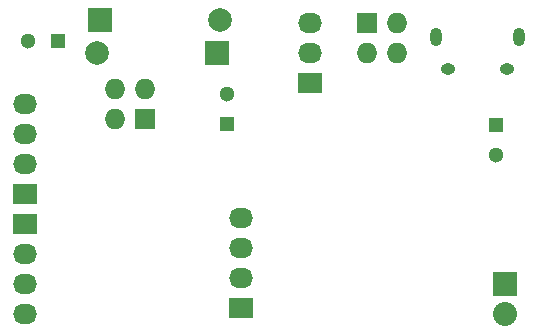
<source format=gbr>
G04 #@! TF.FileFunction,Soldermask,Bot*
%FSLAX46Y46*%
G04 Gerber Fmt 4.6, Leading zero omitted, Abs format (unit mm)*
G04 Created by KiCad (PCBNEW (2015-08-05 BZR 6055, Git fa29c62)-product) date 24/12/2015 2:00:31 PM*
%MOMM*%
G01*
G04 APERTURE LIST*
%ADD10C,0.100000*%
%ADD11C,1.300000*%
%ADD12R,1.300000X1.300000*%
%ADD13C,1.998980*%
%ADD14R,1.998980X1.998980*%
%ADD15R,2.032000X1.727200*%
%ADD16O,2.032000X1.727200*%
%ADD17O,1.250000X0.950000*%
%ADD18O,1.000000X1.550000*%
%ADD19R,1.727200X1.727200*%
%ADD20O,1.727200X1.727200*%
%ADD21R,2.032000X2.032000*%
%ADD22O,2.032000X2.032000*%
G04 APERTURE END LIST*
D10*
D11*
X76494000Y-136906000D03*
D12*
X78994000Y-136906000D03*
D11*
X93345000Y-141391000D03*
D12*
X93345000Y-143891000D03*
D11*
X116078000Y-146518000D03*
D12*
X116078000Y-144018000D03*
D13*
X92710000Y-135125460D03*
D14*
X82550000Y-135125460D03*
D13*
X82296000Y-137924540D03*
D14*
X92456000Y-137924540D03*
D15*
X94488000Y-159512000D03*
D16*
X94488000Y-156972000D03*
X94488000Y-154432000D03*
X94488000Y-151892000D03*
D17*
X117054900Y-139230540D03*
X112054900Y-139230540D03*
D18*
X118054900Y-136530540D03*
X111054900Y-136530540D03*
D15*
X76200000Y-149860000D03*
D16*
X76200000Y-147320000D03*
X76200000Y-144780000D03*
X76200000Y-142240000D03*
D19*
X105156000Y-135382000D03*
D20*
X107696000Y-135382000D03*
X105156000Y-137922000D03*
X107696000Y-137922000D03*
D15*
X100330000Y-140462000D03*
D16*
X100330000Y-137922000D03*
X100330000Y-135382000D03*
D15*
X76200000Y-152400000D03*
D16*
X76200000Y-154940000D03*
X76200000Y-157480000D03*
X76200000Y-160020000D03*
D19*
X86360000Y-143510000D03*
D20*
X83820000Y-143510000D03*
X86360000Y-140970000D03*
X83820000Y-140970000D03*
D21*
X116840000Y-157480000D03*
D22*
X116840000Y-160020000D03*
M02*

</source>
